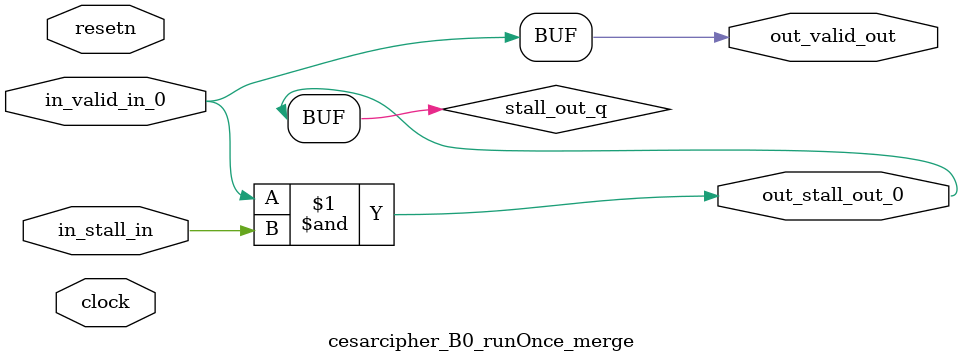
<source format=sv>



(* altera_attribute = "-name AUTO_SHIFT_REGISTER_RECOGNITION OFF; -name MESSAGE_DISABLE 10036; -name MESSAGE_DISABLE 10037; -name MESSAGE_DISABLE 14130; -name MESSAGE_DISABLE 14320; -name MESSAGE_DISABLE 15400; -name MESSAGE_DISABLE 14130; -name MESSAGE_DISABLE 10036; -name MESSAGE_DISABLE 12020; -name MESSAGE_DISABLE 12030; -name MESSAGE_DISABLE 12010; -name MESSAGE_DISABLE 12110; -name MESSAGE_DISABLE 14320; -name MESSAGE_DISABLE 13410; -name MESSAGE_DISABLE 113007; -name MESSAGE_DISABLE 10958" *)
module cesarcipher_B0_runOnce_merge (
    input wire [0:0] in_stall_in,
    input wire [0:0] in_valid_in_0,
    output wire [0:0] out_stall_out_0,
    output wire [0:0] out_valid_out,
    input wire clock,
    input wire resetn
    );

    wire [0:0] stall_out_q;


    // stall_out(LOGICAL,6)
    assign stall_out_q = in_valid_in_0 & in_stall_in;

    // out_stall_out_0(GPOUT,4)
    assign out_stall_out_0 = stall_out_q;

    // out_valid_out(GPOUT,5)
    assign out_valid_out = in_valid_in_0;

endmodule

</source>
